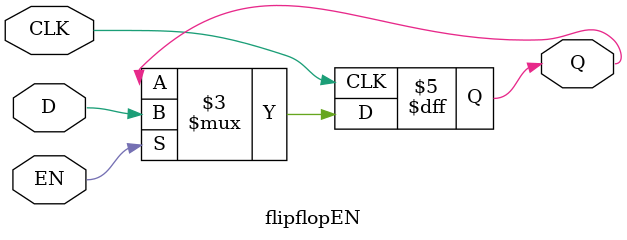
<source format=v>
module flipflopEN (D,CLK,EN,Q);
input D,CLK,EN;
output reg Q;
always @(posedge CLK) begin
    if (EN) begin
        Q=D;
    end
end
    
endmodule
</source>
